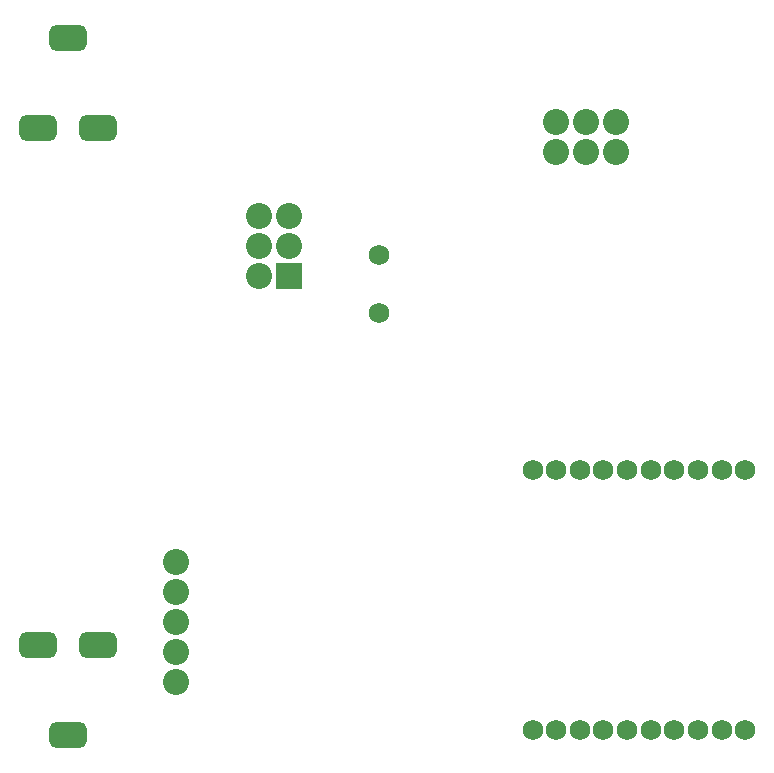
<source format=gbs>
G04*
G04 #@! TF.GenerationSoftware,Altium Limited,Altium Designer,19.1.5 (86)*
G04*
G04 Layer_Color=16711935*
%FSLAX25Y25*%
%MOIN*%
G70*
G01*
G75*
%ADD33C,0.08674*%
%ADD34C,0.06800*%
%ADD35R,0.08674X0.08674*%
G04:AMPARAMS|DCode=36|XSize=86.74mil|YSize=126.11mil|CornerRadius=23.68mil|HoleSize=0mil|Usage=FLASHONLY|Rotation=270.000|XOffset=0mil|YOffset=0mil|HoleType=Round|Shape=RoundedRectangle|*
%AMROUNDEDRECTD36*
21,1,0.08674,0.07874,0,0,270.0*
21,1,0.03937,0.12611,0,0,270.0*
1,1,0.04737,-0.03937,-0.01968*
1,1,0.04737,-0.03937,0.01968*
1,1,0.04737,0.03937,0.01968*
1,1,0.04737,0.03937,-0.01968*
%
%ADD36ROUNDEDRECTD36*%
D33*
X255118Y269055D02*
D03*
Y229055D02*
D03*
Y239055D02*
D03*
Y259055D02*
D03*
Y249055D02*
D03*
X392000Y405500D02*
D03*
X402000D02*
D03*
X382000D02*
D03*
Y415500D02*
D03*
X392000D02*
D03*
X402000D02*
D03*
X282874Y374410D02*
D03*
X292874D02*
D03*
X282874Y364409D02*
D03*
X292874Y384409D02*
D03*
X282874D02*
D03*
D34*
X437008Y213006D02*
D03*
X429134D02*
D03*
X444882D02*
D03*
X413386D02*
D03*
X421260D02*
D03*
X437008Y299606D02*
D03*
X429134D02*
D03*
X444882D02*
D03*
X413386D02*
D03*
X421260D02*
D03*
X397638Y213006D02*
D03*
X389764D02*
D03*
X405512D02*
D03*
X374016D02*
D03*
X381890D02*
D03*
X397638Y299606D02*
D03*
X389764D02*
D03*
X405512D02*
D03*
X374016D02*
D03*
X381890D02*
D03*
X323000Y352000D02*
D03*
Y371213D02*
D03*
D35*
X292874Y364409D02*
D03*
D36*
X219252Y443622D02*
D03*
X209252Y413622D02*
D03*
X229252D02*
D03*
Y241339D02*
D03*
X209252D02*
D03*
X219252Y211339D02*
D03*
M02*

</source>
